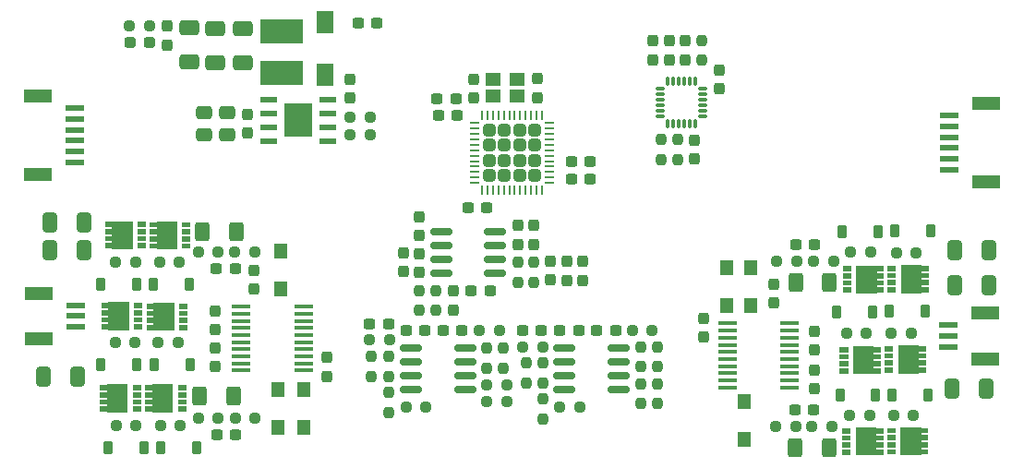
<source format=gbr>
%TF.GenerationSoftware,KiCad,Pcbnew,8.0.2*%
%TF.CreationDate,2024-05-01T20:18:58+08:00*%
%TF.ProjectId,bldcDriver,626c6463-4472-4697-9665-722e6b696361,rev?*%
%TF.SameCoordinates,Original*%
%TF.FileFunction,Paste,Bot*%
%TF.FilePolarity,Positive*%
%FSLAX46Y46*%
G04 Gerber Fmt 4.6, Leading zero omitted, Abs format (unit mm)*
G04 Created by KiCad (PCBNEW 8.0.2) date 2024-05-01 20:18:58*
%MOMM*%
%LPD*%
G01*
G04 APERTURE LIST*
G04 Aperture macros list*
%AMRoundRect*
0 Rectangle with rounded corners*
0 $1 Rounding radius*
0 $2 $3 $4 $5 $6 $7 $8 $9 X,Y pos of 4 corners*
0 Add a 4 corners polygon primitive as box body*
4,1,4,$2,$3,$4,$5,$6,$7,$8,$9,$2,$3,0*
0 Add four circle primitives for the rounded corners*
1,1,$1+$1,$2,$3*
1,1,$1+$1,$4,$5*
1,1,$1+$1,$6,$7*
1,1,$1+$1,$8,$9*
0 Add four rect primitives between the rounded corners*
20,1,$1+$1,$2,$3,$4,$5,0*
20,1,$1+$1,$4,$5,$6,$7,0*
20,1,$1+$1,$6,$7,$8,$9,0*
20,1,$1+$1,$8,$9,$2,$3,0*%
G04 Aperture macros list end*
%ADD10C,0.120000*%
%ADD11RoundRect,0.237500X0.237500X-0.250000X0.237500X0.250000X-0.237500X0.250000X-0.237500X-0.250000X0*%
%ADD12RoundRect,0.250000X0.650000X-0.412500X0.650000X0.412500X-0.650000X0.412500X-0.650000X-0.412500X0*%
%ADD13RoundRect,0.237500X0.250000X0.237500X-0.250000X0.237500X-0.250000X-0.237500X0.250000X-0.237500X0*%
%ADD14R,1.700000X0.500000*%
%ADD15R,2.500000X1.200000*%
%ADD16R,1.200000X1.400000*%
%ADD17RoundRect,0.237500X-0.250000X-0.237500X0.250000X-0.237500X0.250000X0.237500X-0.250000X0.237500X0*%
%ADD18R,3.900000X2.200000*%
%ADD19R,0.700000X0.400000*%
%ADD20R,1.800000X2.480000*%
%ADD21RoundRect,0.237500X0.300000X0.237500X-0.300000X0.237500X-0.300000X-0.237500X0.300000X-0.237500X0*%
%ADD22RoundRect,0.237500X-0.237500X0.300000X-0.237500X-0.300000X0.237500X-0.300000X0.237500X0.300000X0*%
%ADD23RoundRect,0.225000X-0.225000X-0.375000X0.225000X-0.375000X0.225000X0.375000X-0.225000X0.375000X0*%
%ADD24RoundRect,0.237500X0.237500X-0.300000X0.237500X0.300000X-0.237500X0.300000X-0.237500X-0.300000X0*%
%ADD25RoundRect,0.225000X0.225000X0.375000X-0.225000X0.375000X-0.225000X-0.375000X0.225000X-0.375000X0*%
%ADD26RoundRect,0.237500X-0.237500X0.250000X-0.237500X-0.250000X0.237500X-0.250000X0.237500X0.250000X0*%
%ADD27RoundRect,0.150000X0.825000X0.150000X-0.825000X0.150000X-0.825000X-0.150000X0.825000X-0.150000X0*%
%ADD28RoundRect,0.250000X0.412500X0.650000X-0.412500X0.650000X-0.412500X-0.650000X0.412500X-0.650000X0*%
%ADD29RoundRect,0.237500X-0.300000X-0.237500X0.300000X-0.237500X0.300000X0.237500X-0.300000X0.237500X0*%
%ADD30RoundRect,0.250000X-0.412500X-0.650000X0.412500X-0.650000X0.412500X0.650000X-0.412500X0.650000X0*%
%ADD31RoundRect,0.250000X-0.400000X-0.625000X0.400000X-0.625000X0.400000X0.625000X-0.400000X0.625000X0*%
%ADD32R,1.550000X0.600000*%
%ADD33R,2.600000X3.100000*%
%ADD34RoundRect,0.075000X-0.350000X-0.075000X0.350000X-0.075000X0.350000X0.075000X-0.350000X0.075000X0*%
%ADD35RoundRect,0.075000X-0.075000X0.350000X-0.075000X-0.350000X0.075000X-0.350000X0.075000X0.350000X0*%
%ADD36RoundRect,0.250000X0.475000X-0.337500X0.475000X0.337500X-0.475000X0.337500X-0.475000X-0.337500X0*%
%ADD37RoundRect,0.250000X-0.315000X0.315000X-0.315000X-0.315000X0.315000X-0.315000X0.315000X0.315000X0*%
%ADD38RoundRect,0.062500X-0.062500X0.375000X-0.062500X-0.375000X0.062500X-0.375000X0.062500X0.375000X0*%
%ADD39RoundRect,0.062500X-0.375000X0.062500X-0.375000X-0.062500X0.375000X-0.062500X0.375000X0.062500X0*%
%ADD40RoundRect,0.250000X0.400000X0.625000X-0.400000X0.625000X-0.400000X-0.625000X0.400000X-0.625000X0*%
%ADD41R,1.620000X2.046000*%
%ADD42O,1.742000X0.364000*%
%ADD43R,1.400000X1.200000*%
%ADD44RoundRect,0.237500X0.287500X0.237500X-0.287500X0.237500X-0.287500X-0.237500X0.287500X-0.237500X0*%
G04 APERTURE END LIST*
D10*
%TO.C,Q11*%
X112332500Y-54654476D02*
X111632500Y-54654476D01*
X111632500Y-54254476D01*
X112332500Y-54254476D01*
X112332500Y-54654476D01*
G36*
X112332500Y-54654476D02*
G01*
X111632500Y-54654476D01*
X111632500Y-54254476D01*
X112332500Y-54254476D01*
X112332500Y-54654476D01*
G37*
X112332500Y-55304476D02*
X111632500Y-55304476D01*
X111632500Y-54904476D01*
X112332500Y-54904476D01*
X112332500Y-55304476D01*
G36*
X112332500Y-55304476D02*
G01*
X111632500Y-55304476D01*
X111632500Y-54904476D01*
X112332500Y-54904476D01*
X112332500Y-55304476D01*
G37*
X112332500Y-55954476D02*
X111632500Y-55954476D01*
X111632500Y-55554476D01*
X112332500Y-55554476D01*
X112332500Y-55954476D01*
G36*
X112332500Y-55954476D02*
G01*
X111632500Y-55954476D01*
X111632500Y-55554476D01*
X112332500Y-55554476D01*
X112332500Y-55954476D01*
G37*
X112332500Y-56604476D02*
X111632500Y-56604476D01*
X111632500Y-56204476D01*
X112332500Y-56204476D01*
X112332500Y-56604476D01*
G36*
X112332500Y-56604476D02*
G01*
X111632500Y-56604476D01*
X111632500Y-56204476D01*
X112332500Y-56204476D01*
X112332500Y-56604476D01*
G37*
X114652500Y-54254476D02*
X115302500Y-54254476D01*
X115302500Y-54654476D01*
X114652500Y-54654476D01*
X114652500Y-54904476D01*
X115302500Y-54904476D01*
X115302500Y-55304476D01*
X114652500Y-55304476D01*
X114652500Y-55554476D01*
X115302500Y-55554476D01*
X115302500Y-55954476D01*
X114652500Y-55954476D01*
X114652500Y-56204476D01*
X115302500Y-56204476D01*
X115302500Y-56604476D01*
X114652500Y-56604476D01*
X114652500Y-56669476D01*
X112852500Y-56669476D01*
X112852500Y-54189476D01*
X114652500Y-54189476D01*
X114652500Y-54254476D01*
G36*
X114652500Y-54254476D02*
G01*
X115302500Y-54254476D01*
X115302500Y-54654476D01*
X114652500Y-54654476D01*
X114652500Y-54904476D01*
X115302500Y-54904476D01*
X115302500Y-55304476D01*
X114652500Y-55304476D01*
X114652500Y-55554476D01*
X115302500Y-55554476D01*
X115302500Y-55954476D01*
X114652500Y-55954476D01*
X114652500Y-56204476D01*
X115302500Y-56204476D01*
X115302500Y-56604476D01*
X114652500Y-56604476D01*
X114652500Y-56669476D01*
X112852500Y-56669476D01*
X112852500Y-54189476D01*
X114652500Y-54189476D01*
X114652500Y-54254476D01*
G37*
%TO.C,Q9*%
X112080000Y-62025000D02*
X111380000Y-62025000D01*
X111380000Y-61625000D01*
X112080000Y-61625000D01*
X112080000Y-62025000D01*
G36*
X112080000Y-62025000D02*
G01*
X111380000Y-62025000D01*
X111380000Y-61625000D01*
X112080000Y-61625000D01*
X112080000Y-62025000D01*
G37*
X112080000Y-62675000D02*
X111380000Y-62675000D01*
X111380000Y-62275000D01*
X112080000Y-62275000D01*
X112080000Y-62675000D01*
G36*
X112080000Y-62675000D02*
G01*
X111380000Y-62675000D01*
X111380000Y-62275000D01*
X112080000Y-62275000D01*
X112080000Y-62675000D01*
G37*
X112080000Y-63325000D02*
X111380000Y-63325000D01*
X111380000Y-62925000D01*
X112080000Y-62925000D01*
X112080000Y-63325000D01*
G36*
X112080000Y-63325000D02*
G01*
X111380000Y-63325000D01*
X111380000Y-62925000D01*
X112080000Y-62925000D01*
X112080000Y-63325000D01*
G37*
X112080000Y-63975000D02*
X111380000Y-63975000D01*
X111380000Y-63575000D01*
X112080000Y-63575000D01*
X112080000Y-63975000D01*
G36*
X112080000Y-63975000D02*
G01*
X111380000Y-63975000D01*
X111380000Y-63575000D01*
X112080000Y-63575000D01*
X112080000Y-63975000D01*
G37*
X114400000Y-61625000D02*
X115050000Y-61625000D01*
X115050000Y-62025000D01*
X114400000Y-62025000D01*
X114400000Y-62275000D01*
X115050000Y-62275000D01*
X115050000Y-62675000D01*
X114400000Y-62675000D01*
X114400000Y-62925000D01*
X115050000Y-62925000D01*
X115050000Y-63325000D01*
X114400000Y-63325000D01*
X114400000Y-63575000D01*
X115050000Y-63575000D01*
X115050000Y-63975000D01*
X114400000Y-63975000D01*
X114400000Y-64040000D01*
X112600000Y-64040000D01*
X112600000Y-61560000D01*
X114400000Y-61560000D01*
X114400000Y-61625000D01*
G36*
X114400000Y-61625000D02*
G01*
X115050000Y-61625000D01*
X115050000Y-62025000D01*
X114400000Y-62025000D01*
X114400000Y-62275000D01*
X115050000Y-62275000D01*
X115050000Y-62675000D01*
X114400000Y-62675000D01*
X114400000Y-62925000D01*
X115050000Y-62925000D01*
X115050000Y-63325000D01*
X114400000Y-63325000D01*
X114400000Y-63575000D01*
X115050000Y-63575000D01*
X115050000Y-63975000D01*
X114400000Y-63975000D01*
X114400000Y-64040000D01*
X112600000Y-64040000D01*
X112600000Y-61560000D01*
X114400000Y-61560000D01*
X114400000Y-61625000D01*
G37*
%TO.C,Q8*%
X108182500Y-69546476D02*
X107482500Y-69546476D01*
X107482500Y-69146476D01*
X108182500Y-69146476D01*
X108182500Y-69546476D01*
G36*
X108182500Y-69546476D02*
G01*
X107482500Y-69546476D01*
X107482500Y-69146476D01*
X108182500Y-69146476D01*
X108182500Y-69546476D01*
G37*
X108182500Y-70196476D02*
X107482500Y-70196476D01*
X107482500Y-69796476D01*
X108182500Y-69796476D01*
X108182500Y-70196476D01*
G36*
X108182500Y-70196476D02*
G01*
X107482500Y-70196476D01*
X107482500Y-69796476D01*
X108182500Y-69796476D01*
X108182500Y-70196476D01*
G37*
X108182500Y-70846476D02*
X107482500Y-70846476D01*
X107482500Y-70446476D01*
X108182500Y-70446476D01*
X108182500Y-70846476D01*
G36*
X108182500Y-70846476D02*
G01*
X107482500Y-70846476D01*
X107482500Y-70446476D01*
X108182500Y-70446476D01*
X108182500Y-70846476D01*
G37*
X108182500Y-71496476D02*
X107482500Y-71496476D01*
X107482500Y-71096476D01*
X108182500Y-71096476D01*
X108182500Y-71496476D01*
G36*
X108182500Y-71496476D02*
G01*
X107482500Y-71496476D01*
X107482500Y-71096476D01*
X108182500Y-71096476D01*
X108182500Y-71496476D01*
G37*
X110502500Y-69146476D02*
X111152500Y-69146476D01*
X111152500Y-69546476D01*
X110502500Y-69546476D01*
X110502500Y-69796476D01*
X111152500Y-69796476D01*
X111152500Y-70196476D01*
X110502500Y-70196476D01*
X110502500Y-70446476D01*
X111152500Y-70446476D01*
X111152500Y-70846476D01*
X110502500Y-70846476D01*
X110502500Y-71096476D01*
X111152500Y-71096476D01*
X111152500Y-71496476D01*
X110502500Y-71496476D01*
X110502500Y-71561476D01*
X108702500Y-71561476D01*
X108702500Y-69081476D01*
X110502500Y-69081476D01*
X110502500Y-69146476D01*
G36*
X110502500Y-69146476D02*
G01*
X111152500Y-69146476D01*
X111152500Y-69546476D01*
X110502500Y-69546476D01*
X110502500Y-69796476D01*
X111152500Y-69796476D01*
X111152500Y-70196476D01*
X110502500Y-70196476D01*
X110502500Y-70446476D01*
X111152500Y-70446476D01*
X111152500Y-70846476D01*
X110502500Y-70846476D01*
X110502500Y-71096476D01*
X111152500Y-71096476D01*
X111152500Y-71496476D01*
X110502500Y-71496476D01*
X110502500Y-71561476D01*
X108702500Y-71561476D01*
X108702500Y-69081476D01*
X110502500Y-69081476D01*
X110502500Y-69146476D01*
G37*
%TO.C,Q13*%
X43103500Y-65600000D02*
X42403500Y-65600000D01*
X42403500Y-65200000D01*
X43103500Y-65200000D01*
X43103500Y-65600000D01*
G36*
X43103500Y-65600000D02*
G01*
X42403500Y-65600000D01*
X42403500Y-65200000D01*
X43103500Y-65200000D01*
X43103500Y-65600000D01*
G37*
X43103500Y-66250000D02*
X42403500Y-66250000D01*
X42403500Y-65850000D01*
X43103500Y-65850000D01*
X43103500Y-66250000D01*
G36*
X43103500Y-66250000D02*
G01*
X42403500Y-66250000D01*
X42403500Y-65850000D01*
X43103500Y-65850000D01*
X43103500Y-66250000D01*
G37*
X43103500Y-66900000D02*
X42403500Y-66900000D01*
X42403500Y-66500000D01*
X43103500Y-66500000D01*
X43103500Y-66900000D01*
G36*
X43103500Y-66900000D02*
G01*
X42403500Y-66900000D01*
X42403500Y-66500000D01*
X43103500Y-66500000D01*
X43103500Y-66900000D01*
G37*
X43103500Y-67550000D02*
X42403500Y-67550000D01*
X42403500Y-67150000D01*
X43103500Y-67150000D01*
X43103500Y-67550000D01*
G36*
X43103500Y-67550000D02*
G01*
X42403500Y-67550000D01*
X42403500Y-67150000D01*
X43103500Y-67150000D01*
X43103500Y-67550000D01*
G37*
X41883500Y-67615000D02*
X40083500Y-67615000D01*
X40083500Y-67550000D01*
X39433500Y-67550000D01*
X39433500Y-67150000D01*
X40083500Y-67150000D01*
X40083500Y-66900000D01*
X39433500Y-66900000D01*
X39433500Y-66500000D01*
X40083500Y-66500000D01*
X40083500Y-66250000D01*
X39433500Y-66250000D01*
X39433500Y-65850000D01*
X40083500Y-65850000D01*
X40083500Y-65600000D01*
X39433500Y-65600000D01*
X39433500Y-65200000D01*
X40083500Y-65200000D01*
X40083500Y-65135000D01*
X41883500Y-65135000D01*
X41883500Y-67615000D01*
G36*
X41883500Y-67615000D02*
G01*
X40083500Y-67615000D01*
X40083500Y-67550000D01*
X39433500Y-67550000D01*
X39433500Y-67150000D01*
X40083500Y-67150000D01*
X40083500Y-66900000D01*
X39433500Y-66900000D01*
X39433500Y-66500000D01*
X40083500Y-66500000D01*
X40083500Y-66250000D01*
X39433500Y-66250000D01*
X39433500Y-65850000D01*
X40083500Y-65850000D01*
X40083500Y-65600000D01*
X39433500Y-65600000D01*
X39433500Y-65200000D01*
X40083500Y-65200000D01*
X40083500Y-65135000D01*
X41883500Y-65135000D01*
X41883500Y-67615000D01*
G37*
%TO.C,Q14*%
X47370000Y-58115000D02*
X46670000Y-58115000D01*
X46670000Y-57715000D01*
X47370000Y-57715000D01*
X47370000Y-58115000D01*
G36*
X47370000Y-58115000D02*
G01*
X46670000Y-58115000D01*
X46670000Y-57715000D01*
X47370000Y-57715000D01*
X47370000Y-58115000D01*
G37*
X47370000Y-58765000D02*
X46670000Y-58765000D01*
X46670000Y-58365000D01*
X47370000Y-58365000D01*
X47370000Y-58765000D01*
G36*
X47370000Y-58765000D02*
G01*
X46670000Y-58765000D01*
X46670000Y-58365000D01*
X47370000Y-58365000D01*
X47370000Y-58765000D01*
G37*
X47370000Y-59415000D02*
X46670000Y-59415000D01*
X46670000Y-59015000D01*
X47370000Y-59015000D01*
X47370000Y-59415000D01*
G36*
X47370000Y-59415000D02*
G01*
X46670000Y-59415000D01*
X46670000Y-59015000D01*
X47370000Y-59015000D01*
X47370000Y-59415000D01*
G37*
X47370000Y-60065000D02*
X46670000Y-60065000D01*
X46670000Y-59665000D01*
X47370000Y-59665000D01*
X47370000Y-60065000D01*
G36*
X47370000Y-60065000D02*
G01*
X46670000Y-60065000D01*
X46670000Y-59665000D01*
X47370000Y-59665000D01*
X47370000Y-60065000D01*
G37*
X46150000Y-60130000D02*
X44350000Y-60130000D01*
X44350000Y-60065000D01*
X43700000Y-60065000D01*
X43700000Y-59665000D01*
X44350000Y-59665000D01*
X44350000Y-59415000D01*
X43700000Y-59415000D01*
X43700000Y-59015000D01*
X44350000Y-59015000D01*
X44350000Y-58765000D01*
X43700000Y-58765000D01*
X43700000Y-58365000D01*
X44350000Y-58365000D01*
X44350000Y-58115000D01*
X43700000Y-58115000D01*
X43700000Y-57715000D01*
X44350000Y-57715000D01*
X44350000Y-57650000D01*
X46150000Y-57650000D01*
X46150000Y-60130000D01*
G36*
X46150000Y-60130000D02*
G01*
X44350000Y-60130000D01*
X44350000Y-60065000D01*
X43700000Y-60065000D01*
X43700000Y-59665000D01*
X44350000Y-59665000D01*
X44350000Y-59415000D01*
X43700000Y-59415000D01*
X43700000Y-59015000D01*
X44350000Y-59015000D01*
X44350000Y-58765000D01*
X43700000Y-58765000D01*
X43700000Y-58365000D01*
X44350000Y-58365000D01*
X44350000Y-58115000D01*
X43700000Y-58115000D01*
X43700000Y-57715000D01*
X44350000Y-57715000D01*
X44350000Y-57650000D01*
X46150000Y-57650000D01*
X46150000Y-60130000D01*
G37*
%TO.C,Q15*%
X43540000Y-50625714D02*
X42840000Y-50625714D01*
X42840000Y-50225714D01*
X43540000Y-50225714D01*
X43540000Y-50625714D01*
G36*
X43540000Y-50625714D02*
G01*
X42840000Y-50625714D01*
X42840000Y-50225714D01*
X43540000Y-50225714D01*
X43540000Y-50625714D01*
G37*
X43540000Y-51275714D02*
X42840000Y-51275714D01*
X42840000Y-50875714D01*
X43540000Y-50875714D01*
X43540000Y-51275714D01*
G36*
X43540000Y-51275714D02*
G01*
X42840000Y-51275714D01*
X42840000Y-50875714D01*
X43540000Y-50875714D01*
X43540000Y-51275714D01*
G37*
X43540000Y-51925714D02*
X42840000Y-51925714D01*
X42840000Y-51525714D01*
X43540000Y-51525714D01*
X43540000Y-51925714D01*
G36*
X43540000Y-51925714D02*
G01*
X42840000Y-51925714D01*
X42840000Y-51525714D01*
X43540000Y-51525714D01*
X43540000Y-51925714D01*
G37*
X43540000Y-52575714D02*
X42840000Y-52575714D01*
X42840000Y-52175714D01*
X43540000Y-52175714D01*
X43540000Y-52575714D01*
G36*
X43540000Y-52575714D02*
G01*
X42840000Y-52575714D01*
X42840000Y-52175714D01*
X43540000Y-52175714D01*
X43540000Y-52575714D01*
G37*
X42320000Y-52640714D02*
X40520000Y-52640714D01*
X40520000Y-52575714D01*
X39870000Y-52575714D01*
X39870000Y-52175714D01*
X40520000Y-52175714D01*
X40520000Y-51925714D01*
X39870000Y-51925714D01*
X39870000Y-51525714D01*
X40520000Y-51525714D01*
X40520000Y-51275714D01*
X39870000Y-51275714D01*
X39870000Y-50875714D01*
X40520000Y-50875714D01*
X40520000Y-50625714D01*
X39870000Y-50625714D01*
X39870000Y-50225714D01*
X40520000Y-50225714D01*
X40520000Y-50160714D01*
X42320000Y-50160714D01*
X42320000Y-52640714D01*
G36*
X42320000Y-52640714D02*
G01*
X40520000Y-52640714D01*
X40520000Y-52575714D01*
X39870000Y-52575714D01*
X39870000Y-52175714D01*
X40520000Y-52175714D01*
X40520000Y-51925714D01*
X39870000Y-51925714D01*
X39870000Y-51525714D01*
X40520000Y-51525714D01*
X40520000Y-51275714D01*
X39870000Y-51275714D01*
X39870000Y-50875714D01*
X40520000Y-50875714D01*
X40520000Y-50625714D01*
X39870000Y-50625714D01*
X39870000Y-50225714D01*
X40520000Y-50225714D01*
X40520000Y-50160714D01*
X42320000Y-50160714D01*
X42320000Y-52640714D01*
G37*
%TO.C,Q1*%
X47252500Y-65600000D02*
X46552500Y-65600000D01*
X46552500Y-65200000D01*
X47252500Y-65200000D01*
X47252500Y-65600000D01*
G36*
X47252500Y-65600000D02*
G01*
X46552500Y-65600000D01*
X46552500Y-65200000D01*
X47252500Y-65200000D01*
X47252500Y-65600000D01*
G37*
X47252500Y-66250000D02*
X46552500Y-66250000D01*
X46552500Y-65850000D01*
X47252500Y-65850000D01*
X47252500Y-66250000D01*
G36*
X47252500Y-66250000D02*
G01*
X46552500Y-66250000D01*
X46552500Y-65850000D01*
X47252500Y-65850000D01*
X47252500Y-66250000D01*
G37*
X47252500Y-66900000D02*
X46552500Y-66900000D01*
X46552500Y-66500000D01*
X47252500Y-66500000D01*
X47252500Y-66900000D01*
G36*
X47252500Y-66900000D02*
G01*
X46552500Y-66900000D01*
X46552500Y-66500000D01*
X47252500Y-66500000D01*
X47252500Y-66900000D01*
G37*
X47252500Y-67550000D02*
X46552500Y-67550000D01*
X46552500Y-67150000D01*
X47252500Y-67150000D01*
X47252500Y-67550000D01*
G36*
X47252500Y-67550000D02*
G01*
X46552500Y-67550000D01*
X46552500Y-67150000D01*
X47252500Y-67150000D01*
X47252500Y-67550000D01*
G37*
X46032500Y-67615000D02*
X44232500Y-67615000D01*
X44232500Y-67550000D01*
X43582500Y-67550000D01*
X43582500Y-67150000D01*
X44232500Y-67150000D01*
X44232500Y-66900000D01*
X43582500Y-66900000D01*
X43582500Y-66500000D01*
X44232500Y-66500000D01*
X44232500Y-66250000D01*
X43582500Y-66250000D01*
X43582500Y-65850000D01*
X44232500Y-65850000D01*
X44232500Y-65600000D01*
X43582500Y-65600000D01*
X43582500Y-65200000D01*
X44232500Y-65200000D01*
X44232500Y-65135000D01*
X46032500Y-65135000D01*
X46032500Y-67615000D01*
G36*
X46032500Y-67615000D02*
G01*
X44232500Y-67615000D01*
X44232500Y-67550000D01*
X43582500Y-67550000D01*
X43582500Y-67150000D01*
X44232500Y-67150000D01*
X44232500Y-66900000D01*
X43582500Y-66900000D01*
X43582500Y-66500000D01*
X44232500Y-66500000D01*
X44232500Y-66250000D01*
X43582500Y-66250000D01*
X43582500Y-65850000D01*
X44232500Y-65850000D01*
X44232500Y-65600000D01*
X43582500Y-65600000D01*
X43582500Y-65200000D01*
X44232500Y-65200000D01*
X44232500Y-65135000D01*
X46032500Y-65135000D01*
X46032500Y-67615000D01*
G37*
%TO.C,Q7*%
X112311500Y-69531476D02*
X111611500Y-69531476D01*
X111611500Y-69131476D01*
X112311500Y-69131476D01*
X112311500Y-69531476D01*
G36*
X112311500Y-69531476D02*
G01*
X111611500Y-69531476D01*
X111611500Y-69131476D01*
X112311500Y-69131476D01*
X112311500Y-69531476D01*
G37*
X112311500Y-70181476D02*
X111611500Y-70181476D01*
X111611500Y-69781476D01*
X112311500Y-69781476D01*
X112311500Y-70181476D01*
G36*
X112311500Y-70181476D02*
G01*
X111611500Y-70181476D01*
X111611500Y-69781476D01*
X112311500Y-69781476D01*
X112311500Y-70181476D01*
G37*
X112311500Y-70831476D02*
X111611500Y-70831476D01*
X111611500Y-70431476D01*
X112311500Y-70431476D01*
X112311500Y-70831476D01*
G36*
X112311500Y-70831476D02*
G01*
X111611500Y-70831476D01*
X111611500Y-70431476D01*
X112311500Y-70431476D01*
X112311500Y-70831476D01*
G37*
X112311500Y-71481476D02*
X111611500Y-71481476D01*
X111611500Y-71081476D01*
X112311500Y-71081476D01*
X112311500Y-71481476D01*
G36*
X112311500Y-71481476D02*
G01*
X111611500Y-71481476D01*
X111611500Y-71081476D01*
X112311500Y-71081476D01*
X112311500Y-71481476D01*
G37*
X114631500Y-69131476D02*
X115281500Y-69131476D01*
X115281500Y-69531476D01*
X114631500Y-69531476D01*
X114631500Y-69781476D01*
X115281500Y-69781476D01*
X115281500Y-70181476D01*
X114631500Y-70181476D01*
X114631500Y-70431476D01*
X115281500Y-70431476D01*
X115281500Y-70831476D01*
X114631500Y-70831476D01*
X114631500Y-71081476D01*
X115281500Y-71081476D01*
X115281500Y-71481476D01*
X114631500Y-71481476D01*
X114631500Y-71546476D01*
X112831500Y-71546476D01*
X112831500Y-69066476D01*
X114631500Y-69066476D01*
X114631500Y-69131476D01*
G36*
X114631500Y-69131476D02*
G01*
X115281500Y-69131476D01*
X115281500Y-69531476D01*
X114631500Y-69531476D01*
X114631500Y-69781476D01*
X115281500Y-69781476D01*
X115281500Y-70181476D01*
X114631500Y-70181476D01*
X114631500Y-70431476D01*
X115281500Y-70431476D01*
X115281500Y-70831476D01*
X114631500Y-70831476D01*
X114631500Y-71081476D01*
X115281500Y-71081476D01*
X115281500Y-71481476D01*
X114631500Y-71481476D01*
X114631500Y-71546476D01*
X112831500Y-71546476D01*
X112831500Y-69066476D01*
X114631500Y-69066476D01*
X114631500Y-69131476D01*
G37*
%TO.C,Q12*%
X108242500Y-54681476D02*
X107542500Y-54681476D01*
X107542500Y-54281476D01*
X108242500Y-54281476D01*
X108242500Y-54681476D01*
G36*
X108242500Y-54681476D02*
G01*
X107542500Y-54681476D01*
X107542500Y-54281476D01*
X108242500Y-54281476D01*
X108242500Y-54681476D01*
G37*
X108242500Y-55331476D02*
X107542500Y-55331476D01*
X107542500Y-54931476D01*
X108242500Y-54931476D01*
X108242500Y-55331476D01*
G36*
X108242500Y-55331476D02*
G01*
X107542500Y-55331476D01*
X107542500Y-54931476D01*
X108242500Y-54931476D01*
X108242500Y-55331476D01*
G37*
X108242500Y-55981476D02*
X107542500Y-55981476D01*
X107542500Y-55581476D01*
X108242500Y-55581476D01*
X108242500Y-55981476D01*
G36*
X108242500Y-55981476D02*
G01*
X107542500Y-55981476D01*
X107542500Y-55581476D01*
X108242500Y-55581476D01*
X108242500Y-55981476D01*
G37*
X108242500Y-56631476D02*
X107542500Y-56631476D01*
X107542500Y-56231476D01*
X108242500Y-56231476D01*
X108242500Y-56631476D01*
G36*
X108242500Y-56631476D02*
G01*
X107542500Y-56631476D01*
X107542500Y-56231476D01*
X108242500Y-56231476D01*
X108242500Y-56631476D01*
G37*
X110562500Y-54281476D02*
X111212500Y-54281476D01*
X111212500Y-54681476D01*
X110562500Y-54681476D01*
X110562500Y-54931476D01*
X111212500Y-54931476D01*
X111212500Y-55331476D01*
X110562500Y-55331476D01*
X110562500Y-55581476D01*
X111212500Y-55581476D01*
X111212500Y-55981476D01*
X110562500Y-55981476D01*
X110562500Y-56231476D01*
X111212500Y-56231476D01*
X111212500Y-56631476D01*
X110562500Y-56631476D01*
X110562500Y-56696476D01*
X108762500Y-56696476D01*
X108762500Y-54216476D01*
X110562500Y-54216476D01*
X110562500Y-54281476D01*
G36*
X110562500Y-54281476D02*
G01*
X111212500Y-54281476D01*
X111212500Y-54681476D01*
X110562500Y-54681476D01*
X110562500Y-54931476D01*
X111212500Y-54931476D01*
X111212500Y-55331476D01*
X110562500Y-55331476D01*
X110562500Y-55581476D01*
X111212500Y-55581476D01*
X111212500Y-55981476D01*
X110562500Y-55981476D01*
X110562500Y-56231476D01*
X111212500Y-56231476D01*
X111212500Y-56631476D01*
X110562500Y-56631476D01*
X110562500Y-56696476D01*
X108762500Y-56696476D01*
X108762500Y-54216476D01*
X110562500Y-54216476D01*
X110562500Y-54281476D01*
G37*
%TO.C,Q16*%
X47649000Y-50635000D02*
X46949000Y-50635000D01*
X46949000Y-50235000D01*
X47649000Y-50235000D01*
X47649000Y-50635000D01*
G36*
X47649000Y-50635000D02*
G01*
X46949000Y-50635000D01*
X46949000Y-50235000D01*
X47649000Y-50235000D01*
X47649000Y-50635000D01*
G37*
X47649000Y-51285000D02*
X46949000Y-51285000D01*
X46949000Y-50885000D01*
X47649000Y-50885000D01*
X47649000Y-51285000D01*
G36*
X47649000Y-51285000D02*
G01*
X46949000Y-51285000D01*
X46949000Y-50885000D01*
X47649000Y-50885000D01*
X47649000Y-51285000D01*
G37*
X47649000Y-51935000D02*
X46949000Y-51935000D01*
X46949000Y-51535000D01*
X47649000Y-51535000D01*
X47649000Y-51935000D01*
G36*
X47649000Y-51935000D02*
G01*
X46949000Y-51935000D01*
X46949000Y-51535000D01*
X47649000Y-51535000D01*
X47649000Y-51935000D01*
G37*
X47649000Y-52585000D02*
X46949000Y-52585000D01*
X46949000Y-52185000D01*
X47649000Y-52185000D01*
X47649000Y-52585000D01*
G36*
X47649000Y-52585000D02*
G01*
X46949000Y-52585000D01*
X46949000Y-52185000D01*
X47649000Y-52185000D01*
X47649000Y-52585000D01*
G37*
X46429000Y-52650000D02*
X44629000Y-52650000D01*
X44629000Y-52585000D01*
X43979000Y-52585000D01*
X43979000Y-52185000D01*
X44629000Y-52185000D01*
X44629000Y-51935000D01*
X43979000Y-51935000D01*
X43979000Y-51535000D01*
X44629000Y-51535000D01*
X44629000Y-51285000D01*
X43979000Y-51285000D01*
X43979000Y-50885000D01*
X44629000Y-50885000D01*
X44629000Y-50635000D01*
X43979000Y-50635000D01*
X43979000Y-50235000D01*
X44629000Y-50235000D01*
X44629000Y-50170000D01*
X46429000Y-50170000D01*
X46429000Y-52650000D01*
G36*
X46429000Y-52650000D02*
G01*
X44629000Y-52650000D01*
X44629000Y-52585000D01*
X43979000Y-52585000D01*
X43979000Y-52185000D01*
X44629000Y-52185000D01*
X44629000Y-51935000D01*
X43979000Y-51935000D01*
X43979000Y-51535000D01*
X44629000Y-51535000D01*
X44629000Y-51285000D01*
X43979000Y-51285000D01*
X43979000Y-50885000D01*
X44629000Y-50885000D01*
X44629000Y-50635000D01*
X43979000Y-50635000D01*
X43979000Y-50235000D01*
X44629000Y-50235000D01*
X44629000Y-50170000D01*
X46429000Y-50170000D01*
X46429000Y-52650000D01*
G37*
%TO.C,Q10*%
X107950000Y-62091476D02*
X107250000Y-62091476D01*
X107250000Y-61691476D01*
X107950000Y-61691476D01*
X107950000Y-62091476D01*
G36*
X107950000Y-62091476D02*
G01*
X107250000Y-62091476D01*
X107250000Y-61691476D01*
X107950000Y-61691476D01*
X107950000Y-62091476D01*
G37*
X107950000Y-62741476D02*
X107250000Y-62741476D01*
X107250000Y-62341476D01*
X107950000Y-62341476D01*
X107950000Y-62741476D01*
G36*
X107950000Y-62741476D02*
G01*
X107250000Y-62741476D01*
X107250000Y-62341476D01*
X107950000Y-62341476D01*
X107950000Y-62741476D01*
G37*
X107950000Y-63391476D02*
X107250000Y-63391476D01*
X107250000Y-62991476D01*
X107950000Y-62991476D01*
X107950000Y-63391476D01*
G36*
X107950000Y-63391476D02*
G01*
X107250000Y-63391476D01*
X107250000Y-62991476D01*
X107950000Y-62991476D01*
X107950000Y-63391476D01*
G37*
X107950000Y-64041476D02*
X107250000Y-64041476D01*
X107250000Y-63641476D01*
X107950000Y-63641476D01*
X107950000Y-64041476D01*
G36*
X107950000Y-64041476D02*
G01*
X107250000Y-64041476D01*
X107250000Y-63641476D01*
X107950000Y-63641476D01*
X107950000Y-64041476D01*
G37*
X110270000Y-61691476D02*
X110920000Y-61691476D01*
X110920000Y-62091476D01*
X110270000Y-62091476D01*
X110270000Y-62341476D01*
X110920000Y-62341476D01*
X110920000Y-62741476D01*
X110270000Y-62741476D01*
X110270000Y-62991476D01*
X110920000Y-62991476D01*
X110920000Y-63391476D01*
X110270000Y-63391476D01*
X110270000Y-63641476D01*
X110920000Y-63641476D01*
X110920000Y-64041476D01*
X110270000Y-64041476D01*
X110270000Y-64106476D01*
X108470000Y-64106476D01*
X108470000Y-61626476D01*
X110270000Y-61626476D01*
X110270000Y-61691476D01*
G36*
X110270000Y-61691476D02*
G01*
X110920000Y-61691476D01*
X110920000Y-62091476D01*
X110270000Y-62091476D01*
X110270000Y-62341476D01*
X110920000Y-62341476D01*
X110920000Y-62741476D01*
X110270000Y-62741476D01*
X110270000Y-62991476D01*
X110920000Y-62991476D01*
X110920000Y-63391476D01*
X110270000Y-63391476D01*
X110270000Y-63641476D01*
X110920000Y-63641476D01*
X110920000Y-64041476D01*
X110270000Y-64041476D01*
X110270000Y-64106476D01*
X108470000Y-64106476D01*
X108470000Y-61626476D01*
X110270000Y-61626476D01*
X110270000Y-61691476D01*
G37*
%TO.C,Q2*%
X43220000Y-58055000D02*
X42520000Y-58055000D01*
X42520000Y-57655000D01*
X43220000Y-57655000D01*
X43220000Y-58055000D01*
G36*
X43220000Y-58055000D02*
G01*
X42520000Y-58055000D01*
X42520000Y-57655000D01*
X43220000Y-57655000D01*
X43220000Y-58055000D01*
G37*
X43220000Y-58705000D02*
X42520000Y-58705000D01*
X42520000Y-58305000D01*
X43220000Y-58305000D01*
X43220000Y-58705000D01*
G36*
X43220000Y-58705000D02*
G01*
X42520000Y-58705000D01*
X42520000Y-58305000D01*
X43220000Y-58305000D01*
X43220000Y-58705000D01*
G37*
X43220000Y-59355000D02*
X42520000Y-59355000D01*
X42520000Y-58955000D01*
X43220000Y-58955000D01*
X43220000Y-59355000D01*
G36*
X43220000Y-59355000D02*
G01*
X42520000Y-59355000D01*
X42520000Y-58955000D01*
X43220000Y-58955000D01*
X43220000Y-59355000D01*
G37*
X43220000Y-60005000D02*
X42520000Y-60005000D01*
X42520000Y-59605000D01*
X43220000Y-59605000D01*
X43220000Y-60005000D01*
G36*
X43220000Y-60005000D02*
G01*
X42520000Y-60005000D01*
X42520000Y-59605000D01*
X43220000Y-59605000D01*
X43220000Y-60005000D01*
G37*
X42000000Y-60070000D02*
X40200000Y-60070000D01*
X40200000Y-60005000D01*
X39550000Y-60005000D01*
X39550000Y-59605000D01*
X40200000Y-59605000D01*
X40200000Y-59355000D01*
X39550000Y-59355000D01*
X39550000Y-58955000D01*
X40200000Y-58955000D01*
X40200000Y-58705000D01*
X39550000Y-58705000D01*
X39550000Y-58305000D01*
X40200000Y-58305000D01*
X40200000Y-58055000D01*
X39550000Y-58055000D01*
X39550000Y-57655000D01*
X40200000Y-57655000D01*
X40200000Y-57590000D01*
X42000000Y-57590000D01*
X42000000Y-60070000D01*
G36*
X42000000Y-60070000D02*
G01*
X40200000Y-60070000D01*
X40200000Y-60005000D01*
X39550000Y-60005000D01*
X39550000Y-59605000D01*
X40200000Y-59605000D01*
X40200000Y-59355000D01*
X39550000Y-59355000D01*
X39550000Y-58955000D01*
X40200000Y-58955000D01*
X40200000Y-58705000D01*
X39550000Y-58705000D01*
X39550000Y-58305000D01*
X40200000Y-58305000D01*
X40200000Y-58055000D01*
X39550000Y-58055000D01*
X39550000Y-57655000D01*
X40200000Y-57655000D01*
X40200000Y-57590000D01*
X42000000Y-57590000D01*
X42000000Y-60070000D01*
G37*
%TD*%
D11*
%TO.C,R20*%
X90500000Y-63525000D03*
X90500000Y-61700000D03*
%TD*%
D12*
%TO.C,C4*%
X47580000Y-35577500D03*
X47580000Y-32452500D03*
%TD*%
D13*
%TO.C,R23*%
X53642500Y-68190000D03*
X51817500Y-68190000D03*
%TD*%
D14*
%TO.C,J5*%
X37140000Y-44780000D03*
X37140000Y-43780000D03*
X37140000Y-42780000D03*
X37140000Y-41780000D03*
X37140000Y-40780000D03*
X37140000Y-39780000D03*
D15*
X33740000Y-38680000D03*
X33740000Y-45880000D03*
%TD*%
D16*
%TO.C,D2*%
X98500000Y-66665000D03*
X98500000Y-70135000D03*
%TD*%
D17*
%TO.C,R8*%
X40890000Y-68900000D03*
X42715000Y-68900000D03*
%TD*%
D18*
%TO.C,L1*%
X56100000Y-36585000D03*
X56100000Y-32785000D03*
%TD*%
D19*
%TO.C,Q11*%
X111982500Y-56404476D03*
X111982500Y-55754476D03*
X111982500Y-55104476D03*
X111982500Y-54454476D03*
X114952500Y-54454476D03*
X114952500Y-55104476D03*
X114952500Y-55754476D03*
X114952500Y-56404476D03*
D20*
X113752500Y-55429476D03*
%TD*%
D13*
%TO.C,R17*%
X114265000Y-53071476D03*
X112440000Y-53071476D03*
%TD*%
D21*
%TO.C,C38*%
X75187500Y-56530000D03*
X73462500Y-56530000D03*
%TD*%
%TO.C,C41*%
X79900000Y-60200000D03*
X78175000Y-60200000D03*
%TD*%
D19*
%TO.C,Q9*%
X111730000Y-63775000D03*
X111730000Y-63125000D03*
X111730000Y-62475000D03*
X111730000Y-61825000D03*
X114700000Y-61825000D03*
X114700000Y-62475000D03*
X114700000Y-63125000D03*
X114700000Y-63775000D03*
D20*
X113500000Y-62800000D03*
%TD*%
D22*
%TO.C,C29*%
X53500000Y-54637500D03*
X53500000Y-56362500D03*
%TD*%
D19*
%TO.C,Q8*%
X107832500Y-71296476D03*
X107832500Y-70646476D03*
X107832500Y-69996476D03*
X107832500Y-69346476D03*
X110802500Y-69346476D03*
X110802500Y-69996476D03*
X110802500Y-70646476D03*
X110802500Y-71296476D03*
D20*
X109602500Y-70321476D03*
%TD*%
D13*
%TO.C,R3*%
X43942500Y-32205000D03*
X42117500Y-32205000D03*
%TD*%
D17*
%TO.C,R4*%
X40807500Y-61300000D03*
X42632500Y-61300000D03*
%TD*%
D19*
%TO.C,Q13*%
X42753500Y-65400000D03*
X42753500Y-66050000D03*
X42753500Y-66700000D03*
X42753500Y-67350000D03*
X39783500Y-67350000D03*
X39783500Y-66700000D03*
X39783500Y-66050000D03*
X39783500Y-65400000D03*
D20*
X40983500Y-66375000D03*
%TD*%
D17*
%TO.C,R19*%
X44867500Y-53910000D03*
X46692500Y-53910000D03*
%TD*%
%TO.C,R2*%
X62355000Y-42225000D03*
X64180000Y-42225000D03*
%TD*%
D23*
%TO.C,D22*%
X44372500Y-63350000D03*
X47672500Y-63350000D03*
%TD*%
D24*
%TO.C,C68*%
X79500000Y-38805000D03*
X79500000Y-37080000D03*
%TD*%
D21*
%TO.C,C35*%
X51822500Y-54510000D03*
X50097500Y-54510000D03*
%TD*%
D25*
%TO.C,D19*%
X110250000Y-58471476D03*
X106950000Y-58471476D03*
%TD*%
D22*
%TO.C,C30*%
X50000000Y-58375000D03*
X50000000Y-60100000D03*
%TD*%
%TO.C,C48*%
X77725000Y-50572500D03*
X77725000Y-52297500D03*
%TD*%
D14*
%TO.C,CN2*%
X117171500Y-59703500D03*
X117171500Y-60703500D03*
X117171500Y-61703500D03*
D15*
X120571500Y-62803500D03*
X120571500Y-58603500D03*
%TD*%
D26*
%TO.C,R30*%
X89000000Y-65075000D03*
X89000000Y-66900000D03*
%TD*%
D13*
%TO.C,R37*%
X76050000Y-60200000D03*
X74225000Y-60200000D03*
%TD*%
D19*
%TO.C,Q14*%
X47020000Y-57915000D03*
X47020000Y-58565000D03*
X47020000Y-59215000D03*
X47020000Y-59865000D03*
X44050000Y-59865000D03*
X44050000Y-59215000D03*
X44050000Y-58565000D03*
X44050000Y-57915000D03*
D20*
X45250000Y-58890000D03*
%TD*%
D21*
%TO.C,C42*%
X65862500Y-59600000D03*
X64137500Y-59600000D03*
%TD*%
D27*
%TO.C,U6*%
X86975000Y-61760000D03*
X86975000Y-63030000D03*
X86975000Y-64300000D03*
X86975000Y-65570000D03*
X82025000Y-65570000D03*
X82025000Y-64300000D03*
X82025000Y-63030000D03*
X82025000Y-61760000D03*
%TD*%
D26*
%TO.C,R45*%
X80000000Y-66487500D03*
X80000000Y-68312500D03*
%TD*%
D28*
%TO.C,C33*%
X120662500Y-65500000D03*
X117537500Y-65500000D03*
%TD*%
D19*
%TO.C,Q15*%
X43190000Y-50425714D03*
X43190000Y-51075714D03*
X43190000Y-51725714D03*
X43190000Y-52375714D03*
X40220000Y-52375714D03*
X40220000Y-51725714D03*
X40220000Y-51075714D03*
X40220000Y-50425714D03*
D20*
X41420000Y-51400714D03*
%TD*%
D19*
%TO.C,Q1*%
X46902500Y-65400000D03*
X46902500Y-66050000D03*
X46902500Y-66700000D03*
X46902500Y-67350000D03*
X43932500Y-67350000D03*
X43932500Y-66700000D03*
X43932500Y-66050000D03*
X43932500Y-65400000D03*
D20*
X45132500Y-66375000D03*
%TD*%
D29*
%TO.C,C27*%
X70875000Y-60200000D03*
X72600000Y-60200000D03*
%TD*%
D27*
%TO.C,U7*%
X72887500Y-61800000D03*
X72887500Y-63070000D03*
X72887500Y-64340000D03*
X72887500Y-65610000D03*
X67937500Y-65610000D03*
X67937500Y-64340000D03*
X67937500Y-63070000D03*
X67937500Y-61800000D03*
%TD*%
D30*
%TO.C,C51*%
X34237500Y-64400000D03*
X37362500Y-64400000D03*
%TD*%
D11*
%TO.C,R21*%
X76400000Y-63612500D03*
X76400000Y-61787500D03*
%TD*%
D17*
%TO.C,R22*%
X48417500Y-68190000D03*
X50242500Y-68190000D03*
%TD*%
D24*
%TO.C,C23*%
X93100000Y-35362500D03*
X93100000Y-33637500D03*
%TD*%
D31*
%TO.C,R11*%
X103171500Y-70900000D03*
X106271500Y-70900000D03*
%TD*%
D17*
%TO.C,R44*%
X81587500Y-67200000D03*
X83412500Y-67200000D03*
%TD*%
D22*
%TO.C,C10*%
X80725000Y-53817500D03*
X80725000Y-55542500D03*
%TD*%
D13*
%TO.C,R50*%
X80012500Y-61700000D03*
X78187500Y-61700000D03*
%TD*%
D17*
%TO.C,R29*%
X101480000Y-53851476D03*
X103305000Y-53851476D03*
%TD*%
D11*
%TO.C,R41*%
X68725000Y-58330000D03*
X68725000Y-56505000D03*
%TD*%
D28*
%TO.C,C12*%
X120900000Y-52800000D03*
X117775000Y-52800000D03*
%TD*%
D24*
%TO.C,C8*%
X45580000Y-33997500D03*
X45580000Y-32272500D03*
%TD*%
D17*
%TO.C,R24*%
X48447500Y-53010000D03*
X50272500Y-53010000D03*
%TD*%
D28*
%TO.C,C14*%
X120962500Y-56000000D03*
X117837500Y-56000000D03*
%TD*%
D17*
%TO.C,R7*%
X44977500Y-68900000D03*
X46802500Y-68900000D03*
%TD*%
%TO.C,R5*%
X44767500Y-61290000D03*
X46592500Y-61290000D03*
%TD*%
D24*
%TO.C,C16*%
X104892500Y-65532976D03*
X104892500Y-63807976D03*
%TD*%
D19*
%TO.C,Q7*%
X111961500Y-71281476D03*
X111961500Y-70631476D03*
X111961500Y-69981476D03*
X111961500Y-69331476D03*
X114931500Y-69331476D03*
X114931500Y-69981476D03*
X114931500Y-70631476D03*
X114931500Y-71281476D03*
D20*
X113731500Y-70306476D03*
%TD*%
D21*
%TO.C,C19*%
X72062500Y-38950000D03*
X70337500Y-38950000D03*
%TD*%
D30*
%TO.C,C34*%
X34837500Y-50300000D03*
X37962500Y-50300000D03*
%TD*%
D29*
%TO.C,FB2*%
X63107500Y-31970000D03*
X64832500Y-31970000D03*
%TD*%
D19*
%TO.C,Q12*%
X107892500Y-56431476D03*
X107892500Y-55781476D03*
X107892500Y-55131476D03*
X107892500Y-54481476D03*
X110862500Y-54481476D03*
X110862500Y-55131476D03*
X110862500Y-55781476D03*
X110862500Y-56431476D03*
D20*
X109662500Y-55456476D03*
%TD*%
D27*
%TO.C,U8*%
X75675000Y-51090000D03*
X75675000Y-52360000D03*
X75675000Y-53630000D03*
X75675000Y-54900000D03*
X70725000Y-54900000D03*
X70725000Y-53630000D03*
X70725000Y-52360000D03*
X70725000Y-51090000D03*
%TD*%
D26*
%TO.C,R38*%
X79225000Y-53935000D03*
X79225000Y-55760000D03*
%TD*%
D13*
%TO.C,R18*%
X110052500Y-52991476D03*
X108227500Y-52991476D03*
%TD*%
D22*
%TO.C,C26*%
X101200000Y-55937500D03*
X101200000Y-57662500D03*
%TD*%
D13*
%TO.C,R1*%
X64162500Y-40635000D03*
X62337500Y-40635000D03*
%TD*%
D32*
%TO.C,U3*%
X60290000Y-38995000D03*
X60290000Y-40265000D03*
X60290000Y-41535000D03*
X60290000Y-42805000D03*
X54890000Y-42805000D03*
X54890000Y-41535000D03*
X54890000Y-40265000D03*
X54890000Y-38995000D03*
D33*
X57590000Y-40900000D03*
%TD*%
D34*
%TO.C,U4*%
X90800000Y-40500000D03*
X90800000Y-40000000D03*
X90800000Y-39500000D03*
X90800000Y-39000000D03*
X90800000Y-38500000D03*
X90800000Y-38000000D03*
D35*
X91500000Y-37300000D03*
X92000000Y-37300000D03*
X92500000Y-37300000D03*
X93000000Y-37300000D03*
X93500000Y-37300000D03*
X94000000Y-37300000D03*
D34*
X94700000Y-38000000D03*
X94700000Y-38500000D03*
X94700000Y-39000000D03*
X94700000Y-39500000D03*
X94700000Y-40000000D03*
X94700000Y-40500000D03*
D35*
X94000000Y-41200000D03*
X93500000Y-41200000D03*
X93000000Y-41200000D03*
X92500000Y-41200000D03*
X92000000Y-41200000D03*
X91500000Y-41200000D03*
%TD*%
D21*
%TO.C,C46*%
X69200000Y-60200000D03*
X67475000Y-60200000D03*
%TD*%
%TO.C,C21*%
X74862500Y-48900000D03*
X73137500Y-48900000D03*
%TD*%
D13*
%TO.C,R26*%
X106512500Y-69000000D03*
X104687500Y-69000000D03*
%TD*%
D11*
%TO.C,R48*%
X80000000Y-65012500D03*
X80000000Y-63187500D03*
%TD*%
D21*
%TO.C,C45*%
X83300000Y-60200000D03*
X81575000Y-60200000D03*
%TD*%
D26*
%TO.C,R31*%
X90500000Y-65075000D03*
X90500000Y-66900000D03*
%TD*%
D13*
%TO.C,R14*%
X109974000Y-67971476D03*
X108149000Y-67971476D03*
%TD*%
D30*
%TO.C,C49*%
X34837500Y-52800000D03*
X37962500Y-52800000D03*
%TD*%
D24*
%TO.C,C47*%
X68700000Y-54857500D03*
X68700000Y-53132500D03*
%TD*%
D16*
%TO.C,D7*%
X56000000Y-56335000D03*
X56000000Y-52865000D03*
%TD*%
D11*
%TO.C,R39*%
X77725000Y-55747500D03*
X77725000Y-53922500D03*
%TD*%
D22*
%TO.C,C44*%
X79225000Y-50572500D03*
X79225000Y-52297500D03*
%TD*%
D36*
%TO.C,C5*%
X51100000Y-42252500D03*
X51100000Y-40177500D03*
%TD*%
D37*
%TO.C,U5*%
X79300000Y-41800000D03*
X77900000Y-41800000D03*
X76500000Y-41800000D03*
X75100000Y-41800000D03*
X79300000Y-43200000D03*
X77900000Y-43200000D03*
X76500000Y-43200000D03*
X75100000Y-43200000D03*
X79300000Y-44600000D03*
X77900000Y-44600000D03*
X76500000Y-44600000D03*
X75100000Y-44600000D03*
X79300000Y-46000000D03*
X77900000Y-46000000D03*
X76500000Y-46000000D03*
X75100000Y-46000000D03*
D38*
X74450000Y-40462500D03*
X74950000Y-40462500D03*
X75450000Y-40462500D03*
X75950000Y-40462500D03*
X76450000Y-40462500D03*
X76950000Y-40462500D03*
X77450000Y-40462500D03*
X77950000Y-40462500D03*
X78450000Y-40462500D03*
X78950000Y-40462500D03*
X79450000Y-40462500D03*
X79950000Y-40462500D03*
D39*
X80637500Y-41150000D03*
X80637500Y-41650000D03*
X80637500Y-42150000D03*
X80637500Y-42650000D03*
X80637500Y-43150000D03*
X80637500Y-43650000D03*
X80637500Y-44150000D03*
X80637500Y-44650000D03*
X80637500Y-45150000D03*
X80637500Y-45650000D03*
X80637500Y-46150000D03*
X80637500Y-46650000D03*
D38*
X79950000Y-47337500D03*
X79450000Y-47337500D03*
X78950000Y-47337500D03*
X78450000Y-47337500D03*
X77950000Y-47337500D03*
X77450000Y-47337500D03*
X76950000Y-47337500D03*
X76450000Y-47337500D03*
X75950000Y-47337500D03*
X75450000Y-47337500D03*
X74950000Y-47337500D03*
X74450000Y-47337500D03*
D39*
X73762500Y-46650000D03*
X73762500Y-46150000D03*
X73762500Y-45650000D03*
X73762500Y-45150000D03*
X73762500Y-44650000D03*
X73762500Y-44150000D03*
X73762500Y-43650000D03*
X73762500Y-43150000D03*
X73762500Y-42650000D03*
X73762500Y-42150000D03*
X73762500Y-41650000D03*
X73762500Y-41150000D03*
%TD*%
D29*
%TO.C,C18*%
X82637500Y-46300000D03*
X84362500Y-46300000D03*
%TD*%
D16*
%TO.C,D3*%
X96900000Y-57935000D03*
X96900000Y-54465000D03*
%TD*%
D40*
%TO.C,R9*%
X51680000Y-66180000D03*
X48580000Y-66180000D03*
%TD*%
D25*
%TO.C,D20*%
X115570000Y-51051476D03*
X112270000Y-51051476D03*
%TD*%
D11*
%TO.C,R51*%
X65900000Y-64412500D03*
X65900000Y-62587500D03*
%TD*%
D19*
%TO.C,Q16*%
X47299000Y-50435000D03*
X47299000Y-51085000D03*
X47299000Y-51735000D03*
X47299000Y-52385000D03*
X44329000Y-52385000D03*
X44329000Y-51735000D03*
X44329000Y-51085000D03*
X44329000Y-50435000D03*
D20*
X45529000Y-51410000D03*
%TD*%
D22*
%TO.C,C24*%
X93900000Y-42737500D03*
X93900000Y-44462500D03*
%TD*%
D24*
%TO.C,C22*%
X91600000Y-35362500D03*
X91600000Y-33637500D03*
%TD*%
D17*
%TO.C,R32*%
X74875000Y-66700000D03*
X76700000Y-66700000D03*
%TD*%
%TO.C,R33*%
X74875000Y-65200000D03*
X76700000Y-65200000D03*
%TD*%
D22*
%TO.C,C67*%
X73700000Y-37127500D03*
X73700000Y-38852500D03*
%TD*%
D41*
%TO.C,D8*%
X60051000Y-36729000D03*
X60069000Y-31921000D03*
%TD*%
D25*
%TO.C,D17*%
X110559000Y-66071476D03*
X107259000Y-66071476D03*
%TD*%
D42*
%TO.C,U1*%
X96929000Y-65396500D03*
X96929000Y-64746500D03*
X96929000Y-64096500D03*
X96929000Y-63446500D03*
X96929000Y-62796500D03*
X96929000Y-62146500D03*
X96929000Y-61496500D03*
X96929000Y-60846500D03*
X96929000Y-60196500D03*
X96929000Y-59546500D03*
X102671000Y-59546500D03*
X102671000Y-60196500D03*
X102671000Y-60846500D03*
X102671000Y-61496500D03*
X102671000Y-62146500D03*
X102671000Y-62796500D03*
X102671000Y-63446500D03*
X102671000Y-64096500D03*
X102671000Y-64746500D03*
X102671000Y-65396500D03*
%TD*%
D29*
%TO.C,C11*%
X84975000Y-60200000D03*
X86700000Y-60200000D03*
%TD*%
D16*
%TO.C,D10*%
X58100000Y-65565000D03*
X58100000Y-69035000D03*
%TD*%
D17*
%TO.C,R6*%
X40837500Y-53890000D03*
X42662500Y-53890000D03*
%TD*%
%TO.C,R47*%
X67487500Y-67200000D03*
X69312500Y-67200000D03*
%TD*%
D40*
%TO.C,R10*%
X51920000Y-51140000D03*
X48820000Y-51140000D03*
%TD*%
D29*
%TO.C,C20*%
X82637500Y-44700000D03*
X84362500Y-44700000D03*
%TD*%
D22*
%TO.C,C9*%
X82225000Y-53872500D03*
X82225000Y-55597500D03*
%TD*%
D24*
%TO.C,C15*%
X94800000Y-60800000D03*
X94800000Y-59075000D03*
%TD*%
D25*
%TO.C,D16*%
X115361500Y-66071476D03*
X112061500Y-66071476D03*
%TD*%
D24*
%TO.C,C1*%
X62370000Y-38877500D03*
X62370000Y-37152500D03*
%TD*%
D43*
%TO.C,Y1*%
X75500000Y-37112500D03*
X77700000Y-37112500D03*
X77700000Y-38712500D03*
X75500000Y-38712500D03*
%TD*%
D26*
%TO.C,R46*%
X65900000Y-65887500D03*
X65900000Y-67712500D03*
%TD*%
D16*
%TO.C,D4*%
X99100000Y-57935000D03*
X99100000Y-54465000D03*
%TD*%
D29*
%TO.C,C36*%
X103137500Y-67500000D03*
X104862500Y-67500000D03*
%TD*%
D12*
%TO.C,C2*%
X52480000Y-35597500D03*
X52480000Y-32472500D03*
%TD*%
D23*
%TO.C,D9*%
X39460000Y-63320000D03*
X42760000Y-63320000D03*
%TD*%
D31*
%TO.C,R12*%
X103212500Y-55821476D03*
X106312500Y-55821476D03*
%TD*%
D42*
%TO.C,U2*%
X58071000Y-58003500D03*
X58071000Y-58653500D03*
X58071000Y-59303500D03*
X58071000Y-59953500D03*
X58071000Y-60603500D03*
X58071000Y-61253500D03*
X58071000Y-61903500D03*
X58071000Y-62553500D03*
X58071000Y-63203500D03*
X58071000Y-63853500D03*
X52329000Y-63853500D03*
X52329000Y-63203500D03*
X52329000Y-62553500D03*
X52329000Y-61903500D03*
X52329000Y-61253500D03*
X52329000Y-60603500D03*
X52329000Y-59953500D03*
X52329000Y-59303500D03*
X52329000Y-58653500D03*
X52329000Y-58003500D03*
%TD*%
D11*
%TO.C,R49*%
X94590000Y-35412500D03*
X94590000Y-33587500D03*
%TD*%
D24*
%TO.C,C13*%
X96200000Y-38012500D03*
X96200000Y-36287500D03*
%TD*%
D22*
%TO.C,C39*%
X71825000Y-56567500D03*
X71825000Y-58292500D03*
%TD*%
D11*
%TO.C,R42*%
X78500000Y-65012500D03*
X78500000Y-63187500D03*
%TD*%
D44*
%TO.C,D1*%
X43947414Y-33797500D03*
X42197414Y-33797500D03*
%TD*%
D22*
%TO.C,C32*%
X60200000Y-62675000D03*
X60200000Y-64400000D03*
%TD*%
D11*
%TO.C,R34*%
X89000000Y-63512500D03*
X89000000Y-61687500D03*
%TD*%
D16*
%TO.C,D11*%
X55700000Y-65565000D03*
X55700000Y-69035000D03*
%TD*%
D14*
%TO.C,J3*%
X117280000Y-40450000D03*
X117280000Y-41450000D03*
X117280000Y-42450000D03*
X117280000Y-43450000D03*
X117280000Y-44450000D03*
X117280000Y-45450000D03*
D15*
X120680000Y-46550000D03*
X120680000Y-39350000D03*
%TD*%
D21*
%TO.C,C17*%
X72180000Y-40480000D03*
X70455000Y-40480000D03*
%TD*%
D25*
%TO.C,D18*%
X115117500Y-58400000D03*
X111817500Y-58400000D03*
%TD*%
D23*
%TO.C,D23*%
X39502500Y-55940000D03*
X42802500Y-55940000D03*
%TD*%
D24*
%TO.C,C43*%
X67225000Y-54792500D03*
X67225000Y-53067500D03*
%TD*%
D13*
%TO.C,R16*%
X109692500Y-60411476D03*
X107867500Y-60411476D03*
%TD*%
D23*
%TO.C,D24*%
X44350000Y-55950000D03*
X47650000Y-55950000D03*
%TD*%
D13*
%TO.C,R52*%
X65950000Y-61000000D03*
X64125000Y-61000000D03*
%TD*%
D12*
%TO.C,C3*%
X50020000Y-35597500D03*
X50020000Y-32472500D03*
%TD*%
D19*
%TO.C,Q10*%
X107600000Y-63841476D03*
X107600000Y-63191476D03*
X107600000Y-62541476D03*
X107600000Y-61891476D03*
X110570000Y-61891476D03*
X110570000Y-62541476D03*
X110570000Y-63191476D03*
X110570000Y-63841476D03*
D20*
X109370000Y-62866476D03*
%TD*%
D13*
%TO.C,R25*%
X53592500Y-53010000D03*
X51767500Y-53010000D03*
%TD*%
D14*
%TO.C,CN1*%
X37218500Y-59866500D03*
X37218500Y-58866500D03*
X37218500Y-57866500D03*
D15*
X33818500Y-56766500D03*
X33818500Y-60966500D03*
%TD*%
D11*
%TO.C,R73*%
X92400000Y-44500000D03*
X92400000Y-42675000D03*
%TD*%
D25*
%TO.C,D21*%
X110740000Y-51081476D03*
X107440000Y-51081476D03*
%TD*%
D17*
%TO.C,R27*%
X101387500Y-69000000D03*
X103212500Y-69000000D03*
%TD*%
D21*
%TO.C,C28*%
X51882500Y-69720000D03*
X50157500Y-69720000D03*
%TD*%
D23*
%TO.C,D5*%
X40152500Y-70900000D03*
X43452500Y-70900000D03*
%TD*%
D24*
%TO.C,C25*%
X104900000Y-61962500D03*
X104900000Y-60237500D03*
%TD*%
%TO.C,C7*%
X52940000Y-42057500D03*
X52940000Y-40332500D03*
%TD*%
D13*
%TO.C,R35*%
X90050000Y-60200000D03*
X88225000Y-60200000D03*
%TD*%
D29*
%TO.C,C37*%
X103230000Y-52341476D03*
X104955000Y-52341476D03*
%TD*%
D11*
%TO.C,R43*%
X64300000Y-64412500D03*
X64300000Y-62587500D03*
%TD*%
D26*
%TO.C,R40*%
X70225000Y-56505000D03*
X70225000Y-58330000D03*
%TD*%
D13*
%TO.C,R28*%
X106675000Y-53851476D03*
X104850000Y-53851476D03*
%TD*%
%TO.C,R15*%
X113792500Y-60400000D03*
X111967500Y-60400000D03*
%TD*%
D24*
%TO.C,C40*%
X68700000Y-51492500D03*
X68700000Y-49767500D03*
%TD*%
D11*
%TO.C,R72*%
X90900000Y-44500000D03*
X90900000Y-42675000D03*
%TD*%
%TO.C,R36*%
X74900000Y-63612500D03*
X74900000Y-61787500D03*
%TD*%
D19*
%TO.C,Q2*%
X42870000Y-57855000D03*
X42870000Y-58505000D03*
X42870000Y-59155000D03*
X42870000Y-59805000D03*
X39900000Y-59805000D03*
X39900000Y-59155000D03*
X39900000Y-58505000D03*
X39900000Y-57855000D03*
D20*
X41100000Y-58830000D03*
%TD*%
D23*
%TO.C,D6*%
X44952500Y-70900000D03*
X48252500Y-70900000D03*
%TD*%
D22*
%TO.C,FB1*%
X90100000Y-33637500D03*
X90100000Y-35362500D03*
%TD*%
D13*
%TO.C,R13*%
X114004000Y-67971476D03*
X112179000Y-67971476D03*
%TD*%
D36*
%TO.C,C6*%
X49000000Y-42252500D03*
X49000000Y-40177500D03*
%TD*%
D22*
%TO.C,C31*%
X50000000Y-61775000D03*
X50000000Y-63500000D03*
%TD*%
D24*
%TO.C,FB3*%
X83700000Y-55597500D03*
X83700000Y-53872500D03*
%TD*%
M02*

</source>
